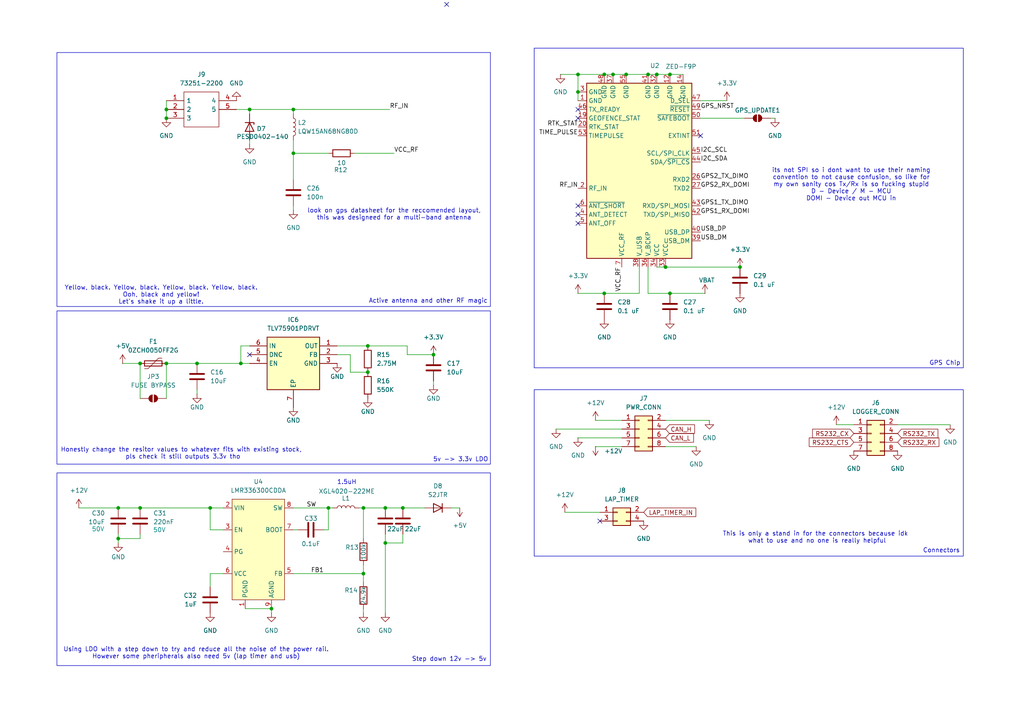
<source format=kicad_sch>
(kicad_sch (version 20250114) (generator "eeschema") (generator_version "9.0")
  (paper "A4")
  (title_block (title "Antenna & GPS + Power dealing stuff + Connectors") (company "Antenna Design/ GPS - Lewis Grout | Step Down - Annabel Owen | Rest of sheet Alex L") (comment 1 "GPS Team 25-26 Annabel Owen, Arthur Braga, Lewis Grout, Alex Loshkarjov"))
  (lib_symbols
    (symbol "73251-2200:73251-2200" (pin_names (offset 0.762))
      (property "Reference" "J" (at 16.51 7.62 0))
      (property "Value" "73251-2200" (at 16.51 5.08 0))
      (symbol "73251-2200_0_0"
        (pin passive line (at 0 0 0) (length 5.08) (name "1") (number "1"))
        (pin passive line (at 0 -2.54 0) (length 5.08) (name "2") (number "2"))
        (pin passive line (at 0 -5.08 0) (length 5.08) (name "3") (number "3"))
        (pin passive line (at 20.32 0 180) (length 5.08) (name "4") (number "4"))
        (pin passive line (at 20.32 -2.54 180) (length 5.08) (name "5") (number "5"))
      )
      (symbol "73251-2200_0_1"
        (polyline (pts (xy 5.08 2.54) (xy 15.24 2.54) (xy 15.24 -7.62) (xy 5.08 -7.62) (xy 5.08 2.54)) (stroke (width 0.1524)))
      )
    )
    (symbol "Connector_Generic:Conn_02x02_Odd_Even" (pin_names (offset 1.016) (hide yes))
      (property "Reference" "J" (at 1.27 2.54 0))
      (property "Value" "Conn_02x02_Odd_Even" (at 1.27 -5.08 0))
      (symbol "Conn_02x02_Odd_Even_1_1"
        (rectangle (start -1.27 1.27) (end 3.81 -3.81) (stroke (width 0.254)) (fill (type background)))
        (rectangle (start -1.27 0.127) (end 0 -0.127) (stroke (width 0.1524)))
        (rectangle (start -1.27 -2.413) (end 0 -2.667) (stroke (width 0.1524)))
        (rectangle (start 3.81 0.127) (end 2.54 -0.127) (stroke (width 0.1524)))
        (rectangle (start 3.81 -2.413) (end 2.54 -2.667) (stroke (width 0.1524)))
        (pin passive line (at -5.08 0 0) (length 3.81) (name "Pin_1") (number "1"))
        (pin passive line (at -5.08 -2.54 0) (length 3.81) (name "Pin_3") (number "3"))
        (pin passive line (at 7.62 0 180) (length 3.81) (name "Pin_2") (number "2"))
        (pin passive line (at 7.62 -2.54 180) (length 3.81) (name "Pin_4") (number "4"))
      )
    )
    (symbol "Connector_Generic:Conn_02x04_Odd_Even" (pin_names (offset 1.016) (hide yes))
      (property "Reference" "J" (at 1.27 5.08 0))
      (property "Value" "Conn_02x04_Odd_Even" (at 1.27 -7.62 0))
      (symbol "Conn_02x04_Odd_Even_1_1"
        (rectangle (start -1.27 3.81) (end 3.81 -6.35) (stroke (width 0.254)) (fill (type background)))
        (rectangle (start -1.27 2.667) (end 0 2.413) (stroke (width 0.1524)))
        (rectangle (start -1.27 0.127) (end 0 -0.127) (stroke (width 0.1524)))
        (rectangle (start -1.27 -2.413) (end 0 -2.667) (stroke (width 0.1524)))
        (rectangle (start -1.27 -4.953) (end 0 -5.207) (stroke (width 0.1524)))
        (rectangle (start 3.81 2.667) (end 2.54 2.413) (stroke (width 0.1524)))
        (rectangle (start 3.81 0.127) (end 2.54 -0.127) (stroke (width 0.1524)))
        (rectangle (start 3.81 -2.413) (end 2.54 -2.667) (stroke (width 0.1524)))
        (rectangle (start 3.81 -4.953) (end 2.54 -5.207) (stroke (width 0.1524)))
        (pin passive line (at -5.08 2.54 0) (length 3.81) (name "Pin_1") (number "1"))
        (pin passive line (at -5.08 0 0) (length 3.81) (name "Pin_3") (number "3"))
        (pin passive line (at -5.08 -2.54 0) (length 3.81) (name "Pin_5") (number "5"))
        (pin passive line (at -5.08 -5.08 0) (length 3.81) (name "Pin_7") (number "7"))
        (pin passive line (at 7.62 2.54 180) (length 3.81) (name "Pin_2") (number "2"))
        (pin passive line (at 7.62 0 180) (length 3.81) (name "Pin_4") (number "4"))
        (pin passive line (at 7.62 -2.54 180) (length 3.81) (name "Pin_6") (number "6"))
        (pin passive line (at 7.62 -5.08 180) (length 3.81) (name "Pin_8") (number "8"))
      )
    )
    (symbol "Device:C" (pin_numbers (hide yes)) (pin_names (offset 0.254))
      (property "Reference" "C" (at 0.635 2.54 0))
      (property "Value" "C" (at 0.635 -2.54 0))
      (symbol "C_0_1"
        (polyline (pts (xy -2.032 0.762) (xy 2.032 0.762)) (stroke (width 0.508)))
        (polyline (pts (xy -2.032 -0.762) (xy 2.032 -0.762)) (stroke (width 0.508)))
      )
      (symbol "C_1_1"
        (pin passive line (at 0 3.81 270) (length 2.794) (name "~") (number "1"))
        (pin passive line (at 0 -3.81 90) (length 2.794) (name "~") (number "2"))
      )
    )
    (symbol "Device:L" (pin_numbers (hide yes)) (pin_names (offset 1.016) (hide yes))
      (property "Reference" "L" (at -1.27 0 90))
      (property "Value" "L" (at 1.905 0 90))
      (symbol "L_0_1"
        (arc (start 0 2.54) (mid 0.6323 1.905) (end 0 1.27))
        (arc (start 0 1.27) (mid 0.6323 0.635) (end 0 0))
        (arc (start 0 0) (mid 0.6323 -0.635) (end 0 -1.27))
        (arc (start 0 -1.27) (mid 0.6323 -1.905) (end 0 -2.54))
      )
      (symbol "L_1_1"
        (pin passive line (at 0 3.81 270) (length 1.27) (name "1") (number "1"))
        (pin passive line (at 0 -3.81 90) (length 1.27) (name "2") (number "2"))
      )
    )
    (symbol "Device:Polyfuse" (pin_numbers (hide yes)) (pin_names (offset 0))
      (property "Reference" "F" (at -2.54 0 90))
      (property "Value" "Polyfuse" (at 2.54 0 90))
      (symbol "Polyfuse_0_1"
        (polyline (pts (xy -1.524 2.54) (xy -1.524 1.524) (xy 1.524 -1.524) (xy 1.524 -2.54)))
        (rectangle (start -0.762 2.54) (end 0.762 -2.54) (stroke (width 0.254)))
        (polyline (pts (xy 0 2.54) (xy 0 -2.54)))
      )
      (symbol "Polyfuse_1_1"
        (pin passive line (at 0 3.81 270) (length 1.27) (name "~") (number "1"))
        (pin passive line (at 0 -3.81 90) (length 1.27) (name "~") (number "2"))
      )
    )
    (symbol "Device:R" (pin_numbers (hide yes)) (pin_names (offset 0))
      (property "Reference" "R" (at 2.032 0 90))
      (property "Value" "R" (at 0 0 90))
      (symbol "R_0_1"
        (rectangle (start -1.016 -2.54) (end 1.016 2.54) (stroke (width 0.254)))
      )
      (symbol "R_1_1"
        (pin passive line (at 0 3.81 270) (length 1.27) (name "~") (number "1"))
        (pin passive line (at 0 -3.81 90) (length 1.27) (name "~") (number "2"))
      )
    )
    (symbol "Diode:ESD5Zxx" (pin_numbers (hide yes)) (pin_names (hide yes))
      (property "Reference" "D" (at 0 2.54 0))
      (property "Value" "ESD5Zxx" (at 0 -2.54 0))
      (symbol "ESD5Zxx_0_1"
        (polyline (pts (xy -1.27 -1.27) (xy -1.27 1.27) (xy -0.762 1.27)) (stroke (width 0.254)))
        (polyline (pts (xy 1.27 0) (xy -1.27 0)))
        (polyline (pts (xy 1.27 -1.27) (xy 1.27 1.27) (xy -1.27 0) (xy 1.27 -1.27)) (stroke (width 0.254)))
      )
      (symbol "ESD5Zxx_1_1"
        (pin passive line (at -3.81 0 0) (length 2.54) (name "K") (number "1"))
        (pin passive line (at 3.81 0 180) (length 2.54) (name "A") (number "2"))
      )
    )
    (symbol "Diode:S2JTR" (pin_numbers (hide yes)) (pin_names (hide yes))
      (property "Reference" "D" (at 0 2.54 0))
      (property "Value" "S2JTR" (at 0 -2.54 0))
      (symbol "S2JTR_0_1"
        (polyline (pts (xy -1.27 1.27) (xy -1.27 -1.27)) (stroke (width 0.254)))
        (polyline (pts (xy 1.27 1.27) (xy 1.27 -1.27) (xy -1.27 0) (xy 1.27 1.27)) (stroke (width 0.254)))
        (polyline (pts (xy 1.27 0) (xy -1.27 0)))
      )
      (symbol "S2JTR_1_1"
        (pin passive line (at -3.81 0 0) (length 2.54) (name "K") (number "1"))
        (pin passive line (at 3.81 0 180) (length 2.54) (name "A") (number "2"))
      )
    )
    (symbol "GND_10" (power) (pin_names (offset 0))
      (property "Value" "GND" (at 0 -3.81 0))
      (symbol "GND_10_0_1"
        (polyline (pts (xy 0 0) (xy 0 -1.27) (xy 1.27 -1.27) (xy 0 -2.54) (xy -1.27 -1.27) (xy 0 -1.27)))
      )
      (symbol "GND_10_1_1"
        (pin power_in line (at 0 0 270) (length 0) (hide yes) (name "GND") (number "1"))
      )
    )
    (symbol "GND_2" (power) (pin_names (offset 0))
      (property "Value" "GND" (at 0 -3.81 0))
      (symbol "GND_2_0_1"
        (polyline (pts (xy 0 0) (xy 0 -1.27) (xy 1.27 -1.27) (xy 0 -2.54) (xy -1.27 -1.27) (xy 0 -1.27)))
      )
      (symbol "GND_2_1_1"
        (pin power_in line (at 0 0 270) (length 0) (hide yes) (name "GND") (number "1"))
      )
    )
    (symbol "GND_4" (power) (pin_names (offset 0))
      (property "Value" "GND" (at 0 -3.81 0))
      (symbol "GND_4_0_1"
        (polyline (pts (xy 0 0) (xy 0 -1.27) (xy 1.27 -1.27) (xy 0 -2.54) (xy -1.27 -1.27) (xy 0 -1.27)))
      )
      (symbol "GND_4_1_1"
        (pin power_in line (at 0 0 270) (length 0) (hide yes) (name "GND") (number "1"))
      )
    )
    (symbol "GND_5" (power) (pin_names (offset 0))
      (property "Value" "GND" (at 0 -3.81 0))
      (symbol "GND_5_0_1"
        (polyline (pts (xy 0 0) (xy 0 -1.27) (xy 1.27 -1.27) (xy 0 -2.54) (xy -1.27 -1.27) (xy 0 -1.27)))
      )
      (symbol "GND_5_1_1"
        (pin power_in line (at 0 0 270) (length 0) (hide yes) (name "GND") (number "1"))
      )
    )
    (symbol "GND_7" (power) (pin_names (offset 0))
      (property "Value" "GND" (at 0 -3.81 0))
      (symbol "GND_7_0_1"
        (polyline (pts (xy 0 0) (xy 0 -1.27) (xy 1.27 -1.27) (xy 0 -2.54) (xy -1.27 -1.27) (xy 0 -1.27)))
      )
      (symbol "GND_7_1_1"
        (pin power_in line (at 0 0 270) (length 0) (hide yes) (name "GND") (number "1"))
      )
    )
    (symbol "Jumper:SolderJumper_2_Open" (pin_numbers (hide yes)) (pin_names (offset 0) (hide yes)) (in_bom no)
      (property "Reference" "JP" (at 0 2.032 0))
      (property "Value" "SolderJumper_2_Open" (at 0 -2.54 0))
      (symbol "SolderJumper_2_Open_0_1"
        (polyline (pts (xy -0.254 1.016) (xy -0.254 -1.016)))
        (arc (start -0.254 -1.016) (mid -1.2656 0) (end -0.254 1.016))
        (arc (start -0.254 -1.016) (mid -1.2656 0) (end -0.254 1.016) (fill (type outline)))
        (arc (start 0.254 1.016) (mid 1.2656 0) (end 0.254 -1.016))
        (arc (start 0.254 1.016) (mid 1.2656 0) (end 0.254 -1.016) (fill (type outline)))
        (polyline (pts (xy 0.254 1.016) (xy 0.254 -1.016)))
      )
      (symbol "SolderJumper_2_Open_1_1"
        (pin passive line (at -3.81 0 0) (length 2.54) (name "A") (number "1"))
        (pin passive line (at 3.81 0 180) (length 2.54) (name "B") (number "2"))
      )
    )
    (symbol "New_Library:TLV75901PDRVT"
      (property "Reference" "IC" (at 21.59 7.62 0))
      (property "Value" "TLV75901PDRVT" (at 21.59 5.08 0))
      (symbol "TLV75901PDRVT_1_1"
        (rectangle (start 5.08 2.54) (end 20.32 -12.7) (stroke (width 0.254)) (fill (type background)))
        (pin passive line (at 0 0 0) (length 5.08) (name "OUT") (number "1"))
        (pin passive line (at 0 -2.54 0) (length 5.08) (name "FB") (number "2"))
        (pin passive line (at 0 -5.08 0) (length 5.08) (name "GND") (number "3"))
        (pin passive line (at 12.7 -17.78 90) (length 5.08) (name "EP") (number "7"))
        (pin passive line (at 25.4 0 180) (length 5.08) (name "IN") (number "6"))
        (pin passive line (at 25.4 -2.54 180) (length 5.08) (name "DNC") (number "5"))
        (pin passive line (at 25.4 -5.08 180) (length 5.08) (name "EN") (number "4"))
      )
    )
    (symbol "PCM_Capacitor_US_AKL:C_Generic" (pin_numbers (hide yes)) (pin_names (offset 0.254))
      (property "Reference" "C" (at 3.175 1.27 0))
      (property "Value" "C_Generic" (at 3.175 -1.27 0))
      (symbol "C_Generic_0_1"
        (polyline (pts (xy -2.032 0.762) (xy 2.032 0.762)) (stroke (width 0.508)))
        (polyline (pts (xy -2.032 -0.762) (xy 2.032 -0.762)) (stroke (width 0.508)))
      )
      (symbol "C_Generic_0_2"
        (polyline (pts (xy -2.54 -2.54) (xy -0.381 -0.381)))
        (polyline (pts (xy -0.508 -0.508) (xy -1.651 0.635)) (stroke (width 0.508)))
        (polyline (pts (xy -0.508 -0.508) (xy 0.635 -1.651)) (stroke (width 0.508)))
        (polyline (pts (xy 0.381 0.381) (xy 2.54 2.54)))
        (polyline (pts (xy 0.508 0.508) (xy -0.635 1.651)) (stroke (width 0.508)))
        (polyline (pts (xy 0.508 0.508) (xy 1.651 -0.635)) (stroke (width 0.508)))
      )
      (symbol "C_Generic_1_1"
        (pin passive line (at 0 3.81 270) (length 2.794) (name "~") (number "1"))
        (pin passive line (at 0 -3.81 90) (length 2.794) (name "~") (number "2"))
      )
      (symbol "C_Generic_1_2"
        (pin passive line (at -2.54 -2.54 90) (length 0) (name "~") (number "2"))
        (pin passive line (at 2.54 2.54 270) (length 0) (name "~") (number "1"))
      )
    )
    (symbol "RF_GPS:ZED-F9P"
      (property "Reference" "U2" (at -3.1181 -30.48 0))
      (property "Value" "ZED-F9P" (at -3.1181 -27.94 0))
      (symbol "ZED-F9P_0_1"
        (rectangle (start -15.24 25.4) (end 15.24 -25.4) (stroke (width 0.254)) (fill (type background)))
      )
      (symbol "ZED-F9P_1_1"
        (pin bidirectional line (at -17.78 20.32 0) (length 2.54) (name "USB_DM") (number "39"))
        (pin bidirectional line (at -17.78 17.78 0) (length 2.54) (name "USB_DP") (number "40"))
        (pin output line (at -17.78 12.7 0) (length 2.54) (name "TXD/SPI_MISO") (number "42"))
        (pin input line (at -17.78 10.16 0) (length 2.54) (name "RXD/SPI_MOSI") (number "43"))
        (pin output line (at -17.78 5.08 0) (length 2.54) (name "TXD2") (number "27"))
        (pin input line (at -17.78 2.54 0) (length 2.54) (name "RXD2") (number "26"))
        (pin bidirectional line (at -17.78 -2.54 0) (length 2.54) (name "SDA/~{SPI_CS}") (number "44"))
        (pin bidirectional line (at -17.78 -5.08 0) (length 2.54) (name "SCL/SPI_CLK") (number "45"))
        (pin input line (at -17.78 -10.16 0) (length 2.54) (name "EXTINT") (number "51"))
        (pin input line (at -17.78 -15.24 0) (length 2.54) (name "~{SAFEBOOT}") (number "50"))
        (pin input line (at -17.78 -17.78 0) (length 2.54) (name "~{RESET}") (number "49"))
        (pin input line (at -17.78 -20.32 0) (length 2.54) (name "D_SEL") (number "47"))
        (pin no_connect line (at -15.24 22.86 0) (length 2.54) (hide yes) (name "Reserved") (number "8"))
        (pin no_connect line (at -15.24 15.24 0) (length 2.54) (hide yes) (name "Reserved") (number "9"))
        (pin no_connect line (at -15.24 7.62 0) (length 2.54) (hide yes) (name "Reserved") (number "10"))
        (pin no_connect line (at -15.24 0 0) (length 2.54) (hide yes) (name "Reserved") (number "11"))
        (pin no_connect line (at -15.24 -7.62 0) (length 2.54) (hide yes) (name "Reserved") (number "13"))
        (pin no_connect line (at -15.24 -12.7 0) (length 2.54) (hide yes) (name "Reserved") (number "15"))
        (pin power_in line (at -12.7 -27.94 90) (length 2.54) (name "GND") (number "14"))
        (pin power_in line (at -8.89 -27.94 90) (length 2.54) (name "GND") (number "12"))
        (pin power_in line (at -7.62 27.94 270) (length 2.54) (name "VCC") (number "33"))
        (pin no_connect line (at -7.62 -25.4 90) (length 2.54) (hide yes) (name "Reserved") (number "16"))
        (pin power_in line (at -5.08 27.94 270) (length 2.54) (name "VCC") (number "34"))
        (pin no_connect line (at -5.08 -25.4 90) (length 2.54) (hide yes) (name "Reserved") (number "17"))
        (pin power_in line (at -5.08 -27.94 90) (length 2.54) (name "GND") (number "32"))
        (pin power_in line (at -2.54 27.94 270) (length 2.54) (name "V_BCKP") (number "36"))
        (pin no_connect line (at -2.54 -25.4 90) (length 2.54) (hide yes) (name "Reserved") (number "18"))
        (pin power_in line (at -2.54 -27.94 90) (length 2.54) (name "GND") (number "41"))
        (pin power_in line (at 0 27.94 270) (length 2.54) (name "V_USB") (number "38"))
        (pin no_connect line (at 2.54 -25.4 90) (length 2.54) (hide yes) (name "Reserved") (number "21"))
        (pin power_in line (at 3.81 -27.94 90) (length 2.54) (name "GND") (number "55"))
        (pin power_out line (at 5.08 27.94 270) (length 2.54) (name "VCC_RF") (number "7"))
        (pin no_connect line (at 5.08 -25.4 90) (length 2.54) (hide yes) (name "Reserved") (number "22"))
        (pin no_connect line (at 7.62 -25.4 90) (length 2.54) (hide yes) (name "Reserved") (number "23"))
        (pin power_in line (at 7.62 -27.94 90) (length 2.54) (name "GND") (number "37"))
        (pin power_in line (at 10.16 -27.94 90) (length 2.54) (name "GND") (number "48"))
        (pin no_connect line (at 15.24 22.86 180) (length 2.54) (hide yes) (name "Reserved") (number "54"))
        (pin no_connect line (at 15.24 20.32 180) (length 2.54) (hide yes) (name "Reserved") (number "52"))
        (pin no_connect line (at 15.24 17.78 180) (length 2.54) (hide yes) (name "Reserved") (number "35"))
        (pin no_connect line (at 15.24 7.62 180) (length 2.54) (hide yes) (name "Reserved") (number "31"))
        (pin no_connect line (at 15.24 2.54 180) (length 2.54) (hide yes) (name "Reserved") (number "30"))
        (pin no_connect line (at 15.24 0 180) (length 2.54) (hide yes) (name "Reserved") (number "29"))
        (pin no_connect line (at 15.24 -2.54 180) (length 2.54) (hide yes) (name "Reserved") (number "28"))
        (pin no_connect line (at 15.24 -5.08 180) (length 2.54) (hide yes) (name "Reserved") (number "25"))
        (pin no_connect line (at 15.24 -7.62 180) (length 2.54) (hide yes) (name "Reserved") (number "24"))
        (pin output line (at 17.78 15.24 180) (length 2.54) (name "ANT_OFF") (number "5"))
        (pin input line (at 17.78 12.7 180) (length 2.54) (name "ANT_DETECT") (number "4"))
        (pin input line (at 17.78 10.16 180) (length 2.54) (name "~{ANT_SHORT}") (number "6"))
        (pin input line (at 17.78 5.08 180) (length 2.54) (name "RF_IN") (number "2"))
        (pin output line (at 17.78 -10.16 180) (length 2.54) (name "TIMEPULSE") (number "53"))
        (pin output line (at 17.78 -12.7 180) (length 2.54) (name "RTK_STAT") (number "20"))
        (pin output line (at 17.78 -15.24 180) (length 2.54) (name "GEOFENCE_STAT") (number "19"))
        (pin output line (at 17.78 -17.78 180) (length 2.54) (name "TX_READY") (number "46"))
        (pin power_in line (at 17.78 -20.32 180) (length 2.54) (name "GND") (number "1"))
        (pin power_in line (at 17.78 -22.86 180) (length 2.54) (name "GND") (number "3"))
      )
    )
    (symbol "SUFST:LMR33630DDA"
      (property "Reference" "U47" (at 7.62 5.08 0))
      (property "Value" "LMR336300CDDA" (at 7.62 2.54 0))
      (symbol "LMR33630DDA_0_1"
        (rectangle (start 0 0) (end 15.24 -29.21) (fill (type background)))
      )
      (symbol "LMR33630DDA_1_1"
        (pin power_in line (at -2.54 -2.54 0) (length 2.54) (name "VIN") (number "2"))
        (pin passive line (at -2.54 -8.89 0) (length 2.54) (name "EN") (number "3"))
        (pin passive line (at -2.54 -15.24 0) (length 2.54) (name "PG") (number "4"))
        (pin passive line (at -2.54 -21.59 0) (length 2.54) (name "VCC") (number "6"))
        (pin power_in line (at 3.81 -31.75 90) (length 2.54) (name "PGND") (number "1"))
        (pin power_in line (at 11.43 -31.75 90) (length 2.54) (name "AGND") (number "9"))
        (pin passive line (at 17.78 -2.54 180) (length 2.54) (name "SW") (number "8"))
        (pin passive line (at 17.78 -8.89 180) (length 2.54) (name "BOOT") (number "7"))
        (pin passive line (at 17.78 -21.59 180) (length 2.54) (name "FB") (number "5"))
      )
    )
    (symbol "power:+12V" (power) (pin_numbers (hide yes)) (pin_names (offset 0) (hide yes))
      (property "Value" "+12V" (at 0 3.556 0))
      (symbol "+12V_0_1"
        (polyline (pts (xy -0.762 1.27) (xy 0 2.54)))
        (polyline (pts (xy 0 2.54) (xy 0.762 1.27)))
        (polyline (pts (xy 0 0) (xy 0 2.54)))
      )
      (symbol "+12V_1_1"
        (pin power_in line (at 0 0 90) (length 0) (name "~") (number "1"))
      )
    )
    (symbol "power:+3.3V" (power) (pin_numbers (hide yes)) (pin_names (offset 0) (hide yes))
      (property "Value" "+3.3V" (at 0 3.556 0))
      (symbol "+3.3V_0_1"
        (polyline (pts (xy -0.762 1.27) (xy 0 2.54)))
        (polyline (pts (xy 0 2.54) (xy 0.762 1.27)))
        (polyline (pts (xy 0 0) (xy 0 2.54)))
      )
      (symbol "+3.3V_1_1"
        (pin power_in line (at 0 0 90) (length 0) (name "~") (number "1"))
      )
    )
    (symbol "power:+5V" (power) (pin_numbers (hide yes)) (pin_names (offset 0) (hide yes))
      (property "Value" "+5V" (at 0 3.556 0))
      (symbol "+5V_0_1"
        (polyline (pts (xy -0.762 1.27) (xy 0 2.54)))
        (polyline (pts (xy 0 2.54) (xy 0.762 1.27)))
        (polyline (pts (xy 0 0) (xy 0 2.54)))
      )
      (symbol "+5V_1_1"
        (pin power_in line (at 0 0 90) (length 0) (name "~") (number "1"))
      )
    )
    (symbol "power:GND" (power) (pin_numbers (hide yes)) (pin_names (offset 0) (hide yes))
      (property "Value" "GND" (at 0 -3.81 0))
      (symbol "GND_0_1"
        (polyline (pts (xy 0 0) (xy 0 -1.27) (xy 1.27 -1.27) (xy 0 -2.54) (xy -1.27 -1.27) (xy 0 -1.27)))
      )
      (symbol "GND_1_1"
        (pin power_in line (at 0 0 270) (length 0) (name "~") (number "1"))
      )
    )
    (symbol "power:VAA" (power) (pin_numbers (hide yes)) (pin_names (offset 0) (hide yes))
      (property "Value" "VAA" (at 0 3.556 0))
      (symbol "VAA_0_1"
        (polyline (pts (xy -0.762 1.27) (xy 0 2.54)))
        (polyline (pts (xy 0 2.54) (xy 0.762 1.27)))
        (polyline (pts (xy 0 0) (xy 0 2.54)))
      )
      (symbol "VAA_1_1"
        (pin power_in line (at 0 0 90) (length 0) (name "~") (number "1"))
      )
    )
  )
  (rectangle (start 16.51 137.16) (end 142.24 193.04))
  (rectangle (start 16.51 90.17) (end 142.24 134.62))
  (rectangle (start 154.94 113.03) (end 279.4 161.29))
  (rectangle (start 16.51 15.24) (end 142.24 88.9))
  (rectangle (start 154.94 13.97) (end 279.4 106.68))
  (text "Honestly change the resitor values to whatever fits with existing stock,\n pls check it still outputs 3.3v tho" (at 52.578 131.572 0) (effects (font (size 1.27 1.27))))
  (text "look on gps datasheet for the reccomended layout,\nthis was designeed for a multi-band antenna" (at 114.3 62.23 0) (effects (font (size 1.27 1.27))))
  (text "1.5uH" (at 100.584 139.954 0) (effects (font (size 1.27 1.27))))
  (text "50V" (at 28.448 153.67 0) (effects (font (size 1.27 1.27))))
  (text "5v -> 3.3v LDO" (at 133.604 133.35 0) (effects (font (size 1.27 1.27))))
  (text "Active antenna and other RF magic" (at 124.206 87.376 0) (effects (font (size 1.27 1.27))))
  (text "Connectors\n" (at 273.05 159.766 0) (effects (font (size 1.27 1.27))))
  (text "GPS Chip\n" (at 274.066 105.41 0) (effects (font (size 1.27 1.27))))
  (text "Yellow, black. Yellow, black. Yellow, black. Yellow, black.\nOoh, black and yellow!\nLet's shake it up a little.\n" (at 46.736 85.598 0) (effects (font (size 1.27 1.27))))
  (text "Step down 12v -> 5v\n" (at 130.302 191.262 0) (effects (font (size 1.27 1.27))))
  (text "50V" (at 46.228 153.924 0) (effects (font (size 1.27 1.27))))
  (text "Using LDO with a step down to try and reduce all the noise of the power rail.\nHowever some pheripherals also need 5v (lap timer and usb)" (at 56.896 189.484 0) (effects (font (size 1.27 1.27))))
  (text "This is only a stand in for the connectors because idk \nwhat to use and no one is really helpful" (at 236.982 155.956 0) (effects (font (size 1.27 1.27))))
  (text "its not SPI so i dont want to use their naming\nconvention to not cause confusion, so like for\nmy own sanity cos Tx/Rx is so fucking stupid\nD - Device / M - MCU\nDOMI - Device out MCU in" (at 246.888 53.594 0) (effects (font (size 1.27 1.27))))
  (junction (at 72.39 31.75))
  (junction (at 187.96 21.59))
  (junction (at 105.41 166.37))
  (junction (at 194.31 85.09))
  (junction (at 214.63 77.47))
  (junction (at 85.09 31.75))
  (junction (at 105.41 147.32))
  (junction (at 78.74 176.53))
  (junction (at 177.8 21.59))
  (junction (at 106.68 100.33))
  (junction (at 194.31 21.59))
  (junction (at 95.25 147.32))
  (junction (at 34.29 147.32))
  (junction (at 106.68 107.95))
  (junction (at 48.26 31.75))
  (junction (at 40.64 105.41))
  (junction (at 111.76 157.48))
  (junction (at 193.04 77.47))
  (junction (at 48.26 34.29))
  (junction (at 48.26 105.41))
  (junction (at 116.84 147.32))
  (junction (at 85.09 44.45))
  (junction (at 175.26 85.09))
  (junction (at 40.64 147.32))
  (junction (at 57.15 105.41))
  (junction (at 175.26 21.59))
  (junction (at 190.5 21.59))
  (junction (at 167.64 21.59))
  (junction (at 181.61 21.59))
  (junction (at 111.76 147.32))
  (junction (at 167.64 26.67))
  (junction (at 60.96 147.32))
  (junction (at 69.85 105.41))
  (junction (at 125.73 102.87))
  (junction (at 34.29 156.21))
  (no_connect (at 129.54 1.27))
  (no_connect (at 167.64 64.77))
  (no_connect (at 72.39 102.87))
  (no_connect (at 167.64 62.23))
  (no_connect (at 167.64 34.29))
  (no_connect (at 167.64 59.69))
  (no_connect (at 203.2 39.37))
  (no_connect (at 173.99 151.13))
  (no_connect (at 167.64 31.75))
  (wire (pts (xy 105.41 166.37) (xy 105.41 168.91)))
  (wire (pts (xy 60.96 147.32) (xy 64.77 147.32)))
  (wire (pts (xy 85.09 147.32) (xy 95.25 147.32)))
  (wire (pts (xy 260.35 123.19) (xy 275.59 123.19)))
  (wire (pts (xy 105.41 177.8) (xy 105.41 176.53)))
  (wire (pts (xy 48.26 105.41) (xy 48.26 115.57)))
  (wire (pts (xy 60.96 166.37) (xy 60.96 170.18)))
  (wire (pts (xy 85.09 44.45) (xy 85.09 52.07)))
  (wire (pts (xy 85.09 59.69) (xy 85.09 60.96)))
  (wire (pts (xy 72.39 33.02) (xy 72.39 31.75)))
  (wire (pts (xy 72.39 31.75) (xy 85.09 31.75)))
  (wire (pts (xy 22.86 147.32) (xy 34.29 147.32)))
  (wire (pts (xy 125.73 102.87) (xy 118.11 102.87)))
  (wire (pts (xy 101.6 107.95) (xy 106.68 107.95)))
  (wire (pts (xy 105.41 156.21) (xy 105.41 147.32)))
  (wire (pts (xy 187.96 85.09) (xy 187.96 77.47)))
  (wire (pts (xy 194.31 85.09) (xy 187.96 85.09)))
  (wire (pts (xy 204.47 85.09) (xy 194.31 85.09)))
  (wire (pts (xy 163.83 148.59) (xy 173.99 148.59)))
  (wire (pts (xy 111.76 147.32) (xy 116.84 147.32)))
  (wire (pts (xy 105.41 147.32) (xy 111.76 147.32)))
  (wire (pts (xy 161.29 124.46) (xy 180.34 124.46)))
  (wire (pts (xy 181.61 21.59) (xy 177.8 21.59)))
  (wire (pts (xy 48.26 29.21) (xy 48.26 31.75)))
  (wire (pts (xy 71.12 176.53) (xy 78.74 176.53)))
  (wire (pts (xy 95.25 153.67) (xy 95.25 147.32)))
  (wire (pts (xy 118.11 102.87) (xy 118.11 100.33)))
  (wire (pts (xy 95.25 44.45) (xy 85.09 44.45)))
  (wire (pts (xy 35.56 105.41) (xy 40.64 105.41)))
  (wire (pts (xy 97.79 100.33) (xy 106.68 100.33)))
  (wire (pts (xy 57.15 105.41) (xy 69.85 105.41)))
  (wire (pts (xy 162.56 21.59) (xy 167.64 21.59)))
  (wire (pts (xy 64.77 153.67) (xy 60.96 153.67)))
  (wire (pts (xy 242.57 123.19) (xy 247.65 123.19)))
  (wire (pts (xy 167.64 85.09) (xy 175.26 85.09)))
  (wire (pts (xy 111.76 177.8) (xy 111.76 157.48)))
  (wire (pts (xy 40.64 147.32) (xy 60.96 147.32)))
  (wire (pts (xy 34.29 147.32) (xy 40.64 147.32)))
  (wire (pts (xy 85.09 31.75) (xy 113.03 31.75)))
  (wire (pts (xy 60.96 153.67) (xy 60.96 147.32)))
  (wire (pts (xy 72.39 40.64) (xy 72.39 41.91)))
  (wire (pts (xy 215.9 34.29) (xy 203.2 34.29)))
  (wire (pts (xy 72.39 100.33) (xy 69.85 100.33)))
  (wire (pts (xy 193.04 77.47) (xy 214.63 77.47)))
  (wire (pts (xy 187.96 21.59) (xy 181.61 21.59)))
  (wire (pts (xy 167.64 26.67) (xy 167.64 29.21)))
  (wire (pts (xy 78.74 176.53) (xy 78.74 177.8)))
  (wire (pts (xy 95.25 147.32) (xy 96.52 147.32)))
  (wire (pts (xy 177.8 21.59) (xy 175.26 21.59)))
  (wire (pts (xy 172.72 129.54) (xy 180.34 129.54)))
  (wire (pts (xy 60.96 166.37) (xy 64.77 166.37)))
  (wire (pts (xy 68.58 31.75) (xy 72.39 31.75)))
  (wire (pts (xy 172.72 121.92) (xy 180.34 121.92)))
  (wire (pts (xy 85.09 44.45) (xy 85.09 40.64)))
  (wire (pts (xy 40.64 105.41) (xy 40.64 115.57)))
  (wire (pts (xy 86.36 153.67) (xy 85.09 153.67)))
  (wire (pts (xy 133.35 147.32) (xy 130.81 147.32)))
  (wire (pts (xy 167.64 127) (xy 180.34 127)))
  (wire (pts (xy 175.26 21.59) (xy 167.64 21.59)))
  (wire (pts (xy 34.29 156.21) (xy 34.29 154.94)))
  (wire (pts (xy 193.04 129.54) (xy 201.93 129.54)))
  (wire (pts (xy 223.52 34.29) (xy 224.79 34.29)))
  (wire (pts (xy 48.26 31.75) (xy 48.26 34.29)))
  (wire (pts (xy 210.82 29.21) (xy 203.2 29.21)))
  (wire (pts (xy 34.29 156.21) (xy 40.64 156.21)))
  (wire (pts (xy 93.98 153.67) (xy 95.25 153.67)))
  (wire (pts (xy 101.6 102.87) (xy 101.6 107.95)))
  (wire (pts (xy 190.5 21.59) (xy 187.96 21.59)))
  (wire (pts (xy 194.31 21.59) (xy 190.5 21.59)))
  (wire (pts (xy 118.11 100.33) (xy 106.68 100.33)))
  (wire (pts (xy 193.04 121.92) (xy 205.74 121.92)))
  (wire (pts (xy 167.64 21.59) (xy 167.64 26.67)))
  (wire (pts (xy 198.12 21.59) (xy 194.31 21.59)))
  (wire (pts (xy 69.85 100.33) (xy 69.85 105.41)))
  (wire (pts (xy 111.76 157.48) (xy 116.84 157.48)))
  (wire (pts (xy 85.09 166.37) (xy 105.41 166.37)))
  (wire (pts (xy 97.79 102.87) (xy 101.6 102.87)))
  (wire (pts (xy 40.64 156.21) (xy 40.64 154.94)))
  (wire (pts (xy 175.26 85.09) (xy 185.42 85.09)))
  (wire (pts (xy 48.26 105.41) (xy 57.15 105.41)))
  (wire (pts (xy 125.73 110.49) (xy 125.73 111.76)))
  (wire (pts (xy 69.85 105.41) (xy 72.39 105.41)))
  (wire (pts (xy 57.15 113.03) (xy 57.15 114.3)))
  (wire (pts (xy 116.84 157.48) (xy 116.84 154.94)))
  (wire (pts (xy 105.41 163.83) (xy 105.41 166.37)))
  (wire (pts (xy 102.87 44.45) (xy 114.3 44.45)))
  (wire (pts (xy 85.09 31.75) (xy 85.09 33.02)))
  (wire (pts (xy 111.76 154.94) (xy 111.76 157.48)))
  (wire (pts (xy 116.84 147.32) (xy 123.19 147.32)))
  (wire (pts (xy 190.5 77.47) (xy 193.04 77.47)))
  (wire (pts (xy 185.42 85.09) (xy 185.42 77.47)))
  (wire (pts (xy 105.41 147.32) (xy 104.14 147.32)))
  (wire (pts (xy 34.29 157.48) (xy 34.29 156.21)))
  (label "GPS2_TX_DIMO" (at 203.2 52.07 0))
  (label "SW" (at 88.9 147.32 0))
  (label "TIME_PULSE" (at 167.64 39.37 180))
  (label "USB_DP" (at 203.2 67.31 0))
  (label "FB1" (at 90.17 166.37 0))
  (label "RF_IN" (at 113.03 31.75 0))
  (label "GPS1_RX_DOMI" (at 203.2 62.23 0))
  (label "GPS_NRST" (at 203.2 31.75 0))
  (label "I2C_SDA" (at 203.2 46.99 0))
  (label "I2C_SCL" (at 203.2 44.45 0))
  (label "VCC_RF" (at 114.3 44.45 0))
  (label "RF_IN" (at 167.64 54.61 180))
  (label "GPS2_RX_DOMI" (at 203.2 54.61 0))
  (label "USB_DM" (at 203.2 69.85 0))
  (label "GPS1_TX_DIMO" (at 203.2 59.69 0))
  (label "VCC_RF" (at 180.34 77.47 270))
  (label "RTK_STAT" (at 167.64 36.83 180))
  (global_label "LAP_TIMER_IN" (shape input) (at 186.69 148.59 0) (property "Intersheetrefs" "${INTERSHEET_REFS}" (effects (hide yes))))
  (global_label "RS232_CX" (shape input) (at 247.65 125.73 180) (property "Intersheetrefs" "${INTERSHEET_REFS}" (effects (hide yes))))
  (global_label "RS232_TX" (shape input) (at 260.35 125.73 0) (property "Intersheetrefs" "${INTERSHEET_REFS}" (effects (hide yes))))
  (global_label "RS232_RX" (shape input) (at 260.35 128.27 0) (property "Intersheetrefs" "${INTERSHEET_REFS}" (effects (hide yes))))
  (global_label "CAN_L" (shape input) (at 193.04 127 0) (property "Intersheetrefs" "${INTERSHEET_REFS}" (effects (hide yes))))
  (global_label "RS232_CTS" (shape input) (at 247.65 128.27 180) (property "Intersheetrefs" "${INTERSHEET_REFS}" (effects (hide yes))))
  (global_label "CAN_H" (shape input) (at 193.04 124.46 0) (property "Intersheetrefs" "${INTERSHEET_REFS}" (effects (hide yes))))
  (symbol (lib_id "power:GND") (at 48.26 34.29 0) (unit 1)
    (property "Reference" "#PWR075" (effects (hide yes)))
    (property "Value" "GND" (at 48.26 39.37 0))
    (property "Description" "Power symbol creates a global label with name \"GND\" , ground" (effects (hide yes)))
  )
  (symbol (lib_id "Device:C") (at 34.29 151.13 0) (mirror y) (unit 1)
    (property "Reference" "C30" (at 30.48 148.8439 0) (effects (justify left)))
    (property "Value" "10uF" (at 30.48 151.3839 0) (effects (justify left)))
    (property "Footprint" "Capacitor_SMD:C_0603_1608Metric" (effects (hide yes)))
    (property "Description" "Unpolarized capacitor" (effects (hide yes)))
  )
  (symbol (lib_id "power:GND") (at 125.73 111.76 0) (unit 1)
    (property "Reference" "#PWR049" (effects (hide yes)))
    (property "Value" "GND" (at 125.73 115.57 0))
    (property "Description" "Power symbol creates a global label with name \"GND\" , ground" (effects (hide yes)))
  )
  (symbol (lib_id "Connector_Generic:Conn_02x04_Odd_Even") (at 252.73 125.73 0) (unit 1)
    (property "Reference" "J6" (at 254 116.84 0))
    (property "Value" "LOGGER_CONN" (at 254 119.38 0))
    (property "Description" "Generic connector, double row, 02x04, odd/even pin numbering scheme (row 1 odd numbers, row 2 even numbers), script generated (kicad-library-utils/schlib/autogen/connector/)" (effects (hide yes)))
  )
  (symbol (lib_id "Device:C") (at 111.76 151.13 0) (unit 1)
    (property "Reference" "C34" (effects (hide yes)))
    (property "Value" "22uF" (at 112.268 153.416 0) (effects (justify left)))
    (property "Footprint" "Capacitor_SMD:C_0805_2012Metric" (effects (hide yes)))
    (property "Description" "Unpolarized capacitor" (effects (hide yes)))
  )
  (symbol (lib_id "RF_GPS:ZED-F9P") (at 185.42 49.53 180) (unit 1)
    (property "Reference" "U2" (at 188.5381 19.05 0) (effects (justify right)))
    (property "Value" "ZED-F9P" (at 193.04 19.304 0) (effects (justify right)))
    (property "Footprint" "RF_GPS:ublox_ZED" (effects (hide yes)))
    (property "Datasheet" "https://content.u-blox.com/sites/default/files/ZED-F9P-04B_DataSheet_UBX-21044850.pdf" (effects (hide yes)))
    (property "Description" "GNSS Module ZED F9, VCC 2.7V to 3.6V, LGA-54" (effects (hide yes)))
  )
  (symbol (lib_id "power:GND") (at 72.39 41.91 0) (unit 1)
    (property "Reference" "#PWR076" (effects (hide yes)))
    (property "Value" "GND" (at 72.39 46.99 0))
    (property "Description" "Power symbol creates a global label with name \"GND\" , ground" (effects (hide yes)))
  )
  (symbol (lib_id "PCM_Capacitor_US_AKL:C_Generic") (at 175.26 88.9 0) (unit 1)
    (property "Reference" "C28" (at 179.07 87.6299 0) (effects (justify left)))
    (property "Value" "0.1 uF" (at 179.07 90.1699 0) (effects (justify left)))
    (property "Footprint" "Capacitor_SMD:C_0805_2012Metric" (effects (hide yes)))
    (property "Description" "Unpolarized capacitor, Generic Symbol, Alternate KiCad Library" (effects (hide yes)))
  )
  (symbol (lib_id "power:+3.3V") (at 210.82 29.21 0) (unit 1)
    (property "Reference" "#PWR088" (effects (hide yes)))
    (property "Value" "+3.3V" (at 210.82 24.13 0))
    (property "Description" "Power symbol creates a global label with name \"+3.3V\"" (effects (hide yes)))
  )
  (symbol (lib_id "power:+5V") (at 133.35 147.32 180) (unit 1)
    (property "Reference" "#PWR096" (effects (hide yes)))
    (property "Value" "+5V" (at 133.35 152.4 0))
    (property "Description" "Power symbol creates a global label with name \"+5V\"" (effects (hide yes)))
  )
  (symbol (lib_id "power:GND") (at 57.15 114.3 0) (unit 1)
    (property "Reference" "#PWR048" (effects (hide yes)))
    (property "Value" "GND" (at 57.15 118.11 0))
    (property "Description" "Power symbol creates a global label with name \"GND\" , ground" (effects (hide yes)))
  )
  (symbol (lib_id "Device:C") (at 116.84 151.13 0) (unit 1)
    (property "Reference" "C35" (effects (hide yes)))
    (property "Value" "22uF" (at 117.348 153.416 0) (effects (justify left)))
    (property "Footprint" "Capacitor_SMD:C_0805_2012Metric" (effects (hide yes)))
    (property "Description" "Unpolarized capacitor" (effects (hide yes)))
  )
  (symbol (lib_id "power:+12V") (at 172.72 129.54 180) (unit 1)
    (property "Reference" "#PWR098" (effects (hide yes)))
    (property "Value" "+12V" (at 175.26 130.8099 0) (effects (justify right)))
    (property "Description" "Power symbol creates a global label with name \"+12V\"" (effects (hide yes)))
  )
  (symbol (lib_id "Diode:S2JTR") (at 127 147.32 180) (unit 1)
    (property "Reference" "D8" (at 127 140.97 0))
    (property "Value" "S2JTR" (at 127 143.51 0))
    (property "Footprint" "Diode_SMD:D_SMB" (effects (hide yes)))
    (property "Datasheet" "http://www.smc-diodes.com/propdf/S2A-S2M%20N0562%20REV.A.pdf" (effects (hide yes)))
    (property "Description" "600V 2A General Purpose Rectifier Diode, SMB" (effects (hide yes)))
    (property "Sim.Device" "D" (effects (hide yes)))
    (property "Sim.Pins" "1=K 2=A" (effects (hide yes)))
  )
  (symbol (lib_id "power:GND") (at 167.64 127 0) (unit 1)
    (property "Reference" "#PWR0102" (effects (hide yes)))
    (property "Value" "GND" (at 167.64 132.08 0))
    (property "Description" "Power symbol creates a global label with name \"GND\" , ground" (effects (hide yes)))
  )
  (symbol (lib_id "New_Library:TLV75901PDRVT") (at 97.79 100.33 0) (mirror y) (unit 1)
    (property "Reference" "IC6" (at 85.09 92.71 0))
    (property "Value" "TLV75901PDRVT" (at 85.09 95.25 0))
    (property "Footprint" "Library:SON65P200X200X80-7N" (effects (hide yes)))
    (property "Datasheet" "http://www.ti.com/lit/gpn/tlv759p?HQS=ti-null-null-sf-df-pf-sep-wwe&DCM=yes" (effects (hide yes)))
    (property "Description" "LDO Voltage Regulators TLV759P 1-A High Accuracy Adjustable LDO in a Small Size Package" (effects (hide yes)))
    (property "Height" "0.8" (effects (hide yes)))
    (property "Mouser Part Number" "595-TLV75901PDRVT" (effects (hide yes)))
    (property "Mouser Price/Stock" "https://www.mouser.co.uk/ProductDetail/Texas-Instruments/TLV75901PDRVT?qs=l7cgNqFNU1hn0ocbyMJEGg%3D%3D" (effects (hide yes)))
    (property "Manufacturer_Name" "Texas Instruments" (effects (hide yes)))
    (property "Manufacturer_Part_Number" "TLV75901PDRVT" (effects (hide yes)))
  )
  (symbol (lib_id "power:GND") (at 85.09 60.96 0) (unit 1)
    (property "Reference" "#PWR081" (effects (hide yes)))
    (property "Value" "GND" (at 85.09 66.04 0))
    (property "Description" "Power symbol creates a global label with name \"GND\" , ground" (effects (hide yes)))
  )
  (symbol (lib_id "Device:L") (at 85.09 36.83 0) (unit 1)
    (property "Reference" "L2" (at 86.36 35.5599 0) (effects (justify left)))
    (property "Value" "LQW15AN68NG80D" (at 86.36 38.1 0) (effects (justify left)))
    (property "Footprint" "Diode_SMD:D_01005_0402Metric_Pad0.57x0.30mm_HandSolder" (effects (hide yes)))
    (property "Description" "LQW15AN68NG80D" (effects (hide yes)))
  )
  (symbol (lib_id "Device:C") (at 40.64 151.13 0) (unit 1)
    (property "Reference" "C31" (at 44.45 148.8439 0) (effects (justify left)))
    (property "Value" "220nF" (at 44.45 151.3839 0) (effects (justify left)))
    (property "Footprint" "Capacitor_SMD:C_0402_1005Metric" (effects (hide yes)))
    (property "Description" "Unpolarized capacitor" (effects (hide yes)))
  )
  (symbol (lib_id "PCM_Capacitor_US_AKL:C_Generic") (at 57.15 109.22 0) (unit 1)
    (property "Reference" "C16" (at 60.96 107.9499 0) (effects (justify left)))
    (property "Value" "10uF" (at 60.96 110.4899 0) (effects (justify left)))
    (property "Footprint" "Capacitor_SMD:C_0805_2012Metric" (effects (hide yes)))
    (property "Description" "Unpolarized capacitor, Generic Symbol, Alternate KiCad Library" (effects (hide yes)))
  )
  (symbol (lib_id "power:GND") (at 247.65 130.81 0) (unit 1)
    (property "Reference" "#PWR094" (effects (hide yes)))
    (property "Value" "GND" (at 247.65 135.89 0))
    (property "Description" "Power symbol creates a global label with name \"GND\" , ground" (effects (hide yes)))
  )
  (symbol (lib_id "power:GND") (at 175.26 92.71 0) (unit 1)
    (property "Reference" "#PWR085" (effects (hide yes)))
    (property "Value" "GND" (at 175.26 97.79 0))
    (property "Description" "Power symbol creates a global label with name \"GND\" , ground" (effects (hide yes)))
  )
  (symbol (lib_name "GND_7") (lib_id "power:GND") (at 105.41 177.8 0) (unit 1)
    (property "Reference" "#PWR0113" (effects (hide yes)))
    (property "Value" "GND" (at 105.41 182.88 0))
    (property "Description" "Power symbol creates a global label with name \"GND\" , ground" (effects (hide yes)))
  )
  (symbol (lib_id "power:GND") (at 85.09 118.11 0) (unit 1)
    (property "Reference" "#PWR0110" (effects (hide yes)))
    (property "Value" "GND" (at 85.09 121.92 0))
    (property "Description" "Power symbol creates a global label with name \"GND\" , ground" (effects (hide yes)))
  )
  (symbol (lib_id "power:GND") (at 162.56 21.59 0) (unit 1)
    (property "Reference" "#PWR089" (effects (hide yes)))
    (property "Value" "GND" (at 162.56 26.67 0))
    (property "Description" "Power symbol creates a global label with name \"GND\" , ground" (effects (hide yes)))
  )
  (symbol (lib_id "power:GND") (at 68.58 29.21 180) (unit 1)
    (property "Reference" "#PWR0107" (effects (hide yes)))
    (property "Value" "GND" (at 68.58 24.13 0))
    (property "Description" "Power symbol creates a global label with name \"GND\" , ground" (effects (hide yes)))
  )
  (symbol (lib_id "Diode:ESD5Zxx") (at 72.39 36.83 270) (unit 1)
    (property "Reference" "D7" (at 74.422 37.338 90) (effects (justify left)))
    (property "Value" "PESD0402-140" (at 68.58 39.624 90) (effects (justify left)))
    (property "Footprint" "Diode_SMD:D_01005_0402Metric_Pad0.57x0.30mm_HandSolder" (effects (hide yes)))
    (property "Datasheet" "https://www.onsemi.com/pdf/datasheet/esd5z2.5t1-d.pdf" (effects (hide yes)))
    (property "Description" "ESD Protection Diode, SOD-523" (effects (hide yes)))
  )
  (symbol (lib_id "PCM_Capacitor_US_AKL:C_Generic") (at 125.73 106.68 0) (unit 1)
    (property "Reference" "C17" (at 129.54 105.4099 0) (effects (justify left)))
    (property "Value" "10uF" (at 129.54 107.9499 0) (effects (justify left)))
    (property "Footprint" "Capacitor_SMD:C_0805_2012Metric" (effects (hide yes)))
    (property "Description" "Unpolarized capacitor, Generic Symbol, Alternate KiCad Library" (effects (hide yes)))
  )
  (symbol (lib_id "power:+12V") (at 172.72 121.92 0) (unit 1)
    (property "Reference" "#PWR097" (effects (hide yes)))
    (property "Value" "+12V" (at 172.72 116.84 0))
    (property "Description" "Power symbol creates a global label with name \"+12V\"" (effects (hide yes)))
  )
  (symbol (lib_id "PCM_Capacitor_US_AKL:C_Generic") (at 214.63 81.28 0) (unit 1)
    (property "Reference" "C29" (at 218.44 80.0099 0) (effects (justify left)))
    (property "Value" "0.1 uF" (at 218.44 82.5499 0) (effects (justify left)))
    (property "Footprint" "Capacitor_SMD:C_0805_2012Metric" (effects (hide yes)))
    (property "Description" "Unpolarized capacitor, Generic Symbol, Alternate KiCad Library" (effects (hide yes)))
  )
  (symbol (lib_id "power:GND") (at 106.68 115.57 0) (unit 1)
    (property "Reference" "#PWR0108" (effects (hide yes)))
    (property "Value" "GND" (at 106.68 119.38 0))
    (property "Description" "Power symbol creates a global label with name \"GND\" , ground" (effects (hide yes)))
  )
  (symbol (lib_name "GND_4") (lib_id "power:GND") (at 60.96 177.8 0) (unit 1)
    (property "Reference" "#PWR0111" (effects (hide yes)))
    (property "Value" "GND" (at 60.96 182.88 0))
    (property "Description" "Power symbol creates a global label with name \"GND\" , ground" (effects (hide yes)))
  )
  (symbol (lib_id "power:GND") (at 224.79 34.29 0) (unit 1)
    (property "Reference" "#PWR091" (effects (hide yes)))
    (property "Value" "GND" (at 224.79 39.37 0))
    (property "Description" "Power symbol creates a global label with name \"GND\" , ground" (effects (hide yes)))
  )
  (symbol (lib_id "power:GND") (at 214.63 85.09 0) (unit 1)
    (property "Reference" "#PWR087" (effects (hide yes)))
    (property "Value" "GND" (at 214.63 90.17 0))
    (property "Description" "Power symbol creates a global label with name \"GND\" , ground" (effects (hide yes)))
  )
  (symbol (lib_id "power:+3.3V") (at 214.63 77.47 0) (unit 1)
    (property "Reference" "#PWR086" (effects (hide yes)))
    (property "Value" "+3.3V" (at 214.63 72.39 0))
    (property "Description" "Power symbol creates a global label with name \"+3.3V\"" (effects (hide yes)))
  )
  (symbol (lib_name "GND_10") (lib_id "power:GND") (at 78.74 177.8 0) (unit 1)
    (property "Reference" "#PWR0112" (effects (hide yes)))
    (property "Value" "GND" (at 78.74 182.88 0))
    (property "Description" "Power symbol creates a global label with name \"GND\" , ground" (effects (hide yes)))
  )
  (symbol (lib_id "power:+12V") (at 163.83 148.59 0) (unit 1)
    (property "Reference" "#PWR0103" (effects (hide yes)))
    (property "Value" "+12V" (at 163.83 143.51 0))
    (property "Description" "Power symbol creates a global label with name \"+12V\"" (effects (hide yes)))
  )
  (symbol (lib_id "Device:R") (at 106.68 111.76 0) (unit 1)
    (property "Reference" "R16" (at 109.22 110.4899 0) (effects (justify left)))
    (property "Value" "550K" (at 109.22 113.0299 0) (effects (justify left)))
    (property "Footprint" "PCM_Resistor_SMD_AKL:R_0805_2012Metric" (effects (hide yes)))
    (property "Description" "Resistor" (effects (hide yes)))
  )
  (symbol (lib_id "power:GND") (at 161.29 124.46 0) (unit 1)
    (property "Reference" "#PWR0101" (effects (hide yes)))
    (property "Value" "GND" (at 161.29 129.54 0))
    (property "Description" "Power symbol creates a global label with name \"GND\" , ground" (effects (hide yes)))
  )
  (symbol (lib_id "power:GND") (at 260.35 130.81 0) (unit 1)
    (property "Reference" "#PWR0104" (effects (hide yes)))
    (property "Value" "GND" (at 260.35 135.89 0))
    (property "Description" "Power symbol creates a global label with name \"GND\" , ground" (effects (hide yes)))
  )
  (symbol (lib_id "Device:C") (at 85.09 55.88 180) (unit 1)
    (property "Reference" "C26" (at 88.9 54.6099 0) (effects (justify right)))
    (property "Value" "100n" (at 88.9 57.1499 0) (effects (justify right)))
    (property "Footprint" "Capacitor_SMD:C_0805_2012Metric" (effects (hide yes)))
    (property "Description" "Unpolarized capacitor" (effects (hide yes)))
  )
  (symbol (lib_id "SUFST:LMR33630DDA") (at 67.31 144.78 0) (unit 1)
    (property "Reference" "U4" (at 74.93 139.7 0))
    (property "Value" "LMR336300CDDA" (at 74.93 142.24 0))
    (property "Footprint" "Package_SO:Texas_R-PDSO-G8_EP2.95x4.9mm_Mask2.4x3.1mm" (effects (hide yes)))
    (property "Datasheet" "https://www.ti.com/lit/ds/symlink/lmr33630.pdf?ts=1769499921969&ref_url=https%253A%252F%252Fwww.ti.com%252Fproduct%252FLMR33630" (effects (hide yes)))
    (property "Description" "3.8-V to 36-V, 3-A  Synchronous Step-down Voltage Converter" (effects (hide yes)))
    (property "MP" "LMR33630CDDA" (effects (hide yes)))
  )
  (symbol (lib_id "Jumper:SolderJumper_2_Open") (at 219.71 34.29 180) (unit 1) (in_bom no)
    (property "Reference" "GPS_UPDATE1" (at 219.71 32.004 0))
    (property "Value" "SolderJumper_2_Open" (effects (hide yes)))
    (property "Footprint" "Jumper:SolderJumper-2_P1.3mm_Open_RoundedPad1.0x1.5mm" (effects (hide yes)))
    (property "Description" "Solder Jumper, 2-pole, open" (effects (hide yes)))
  )
  (symbol (lib_id "Device:R") (at 105.41 172.72 180) (unit 1)
    (property "Reference" "R14" (at 101.854 171.196 0))
    (property "Value" "24.9k" (at 105.41 172.72 90))
    (property "Footprint" "Resistor_SMD:R_0402_1005Metric" (effects (hide yes)))
    (property "Description" "Resistor" (effects (hide yes)))
    (property "MP" "RC0402FR-0724K9L" (effects (hide yes)))
  )
  (symbol (lib_id "power:+5V") (at 35.56 105.41 0) (unit 1)
    (property "Reference" "#PWR047" (effects (hide yes)))
    (property "Value" "+5V" (at 35.56 100.33 0))
    (property "Description" "Power symbol creates a global label with name \"+5V\"" (effects (hide yes)))
  )
  (symbol (lib_id "Device:C") (at 60.96 173.99 0) (mirror y) (unit 1)
    (property "Reference" "C32" (at 57.15 172.7199 0) (effects (justify left)))
    (property "Value" "1uF" (at 57.15 175.2599 0) (effects (justify left)))
    (property "Footprint" "Capacitor_SMD:C_0402_1005Metric" (effects (hide yes)))
    (property "Description" "Unpolarized capacitor" (effects (hide yes)))
  )
  (symbol (lib_id "Device:Polyfuse") (at 44.45 105.41 90) (unit 1)
    (property "Reference" "F1" (at 44.45 99.06 90))
    (property "Value" "0ZCH0050FF2G" (at 44.45 101.6 90))
    (property "Footprint" "Fuse:Fuse_1210_3225Metric_Pad1.42x2.65mm_HandSolder" (effects (hide yes)))
    (property "Description" "Resettable fuse, polymeric positive temperature coefficient" (effects (hide yes)))
  )
  (symbol (lib_id "Device:L") (at 100.33 147.32 90) (unit 1)
    (property "Reference" "L1" (at 100.33 144.526 90))
    (property "Value" "XGL4020-222ME" (at 100.584 142.494 90))
    (property "Footprint" "Inductor_SMD:L_Coilcraft_XxL4020" (effects (hide yes)))
    (property "Description" "Inductor" (effects (hide yes)))
    (property "MP" "XGL4020-152ME" (effects (hide yes)))
  )
  (symbol (lib_id "power:+3.3V") (at 125.73 102.87 0) (unit 1)
    (property "Reference" "#PWR050" (effects (hide yes)))
    (property "Value" "+3.3V" (at 125.73 97.79 0))
    (property "Description" "Power symbol creates a global label with name \"+3.3V\"" (effects (hide yes)))
  )
  (symbol (lib_id "Device:R") (at 106.68 104.14 0) (unit 1)
    (property "Reference" "R15" (at 109.22 102.8699 0) (effects (justify left)))
    (property "Value" "2.75M" (at 109.22 105.4099 0) (effects (justify left)))
    (property "Footprint" "PCM_Resistor_SMD_AKL:R_0805_2012Metric" (effects (hide yes)))
    (property "Description" "Resistor" (effects (hide yes)))
  )
  (symbol (lib_id "Connector_Generic:Conn_02x04_Odd_Even") (at 185.42 124.46 0) (unit 1)
    (property "Reference" "J7" (at 186.69 115.57 0))
    (property "Value" "PWR_CONN" (at 186.69 118.11 0))
    (property "Description" "Generic connector, double row, 02x04, odd/even pin numbering scheme (row 1 odd numbers, row 2 even numbers), script generated (kicad-library-utils/schlib/autogen/connector/)" (effects (hide yes)))
  )
  (symbol (lib_name "GND_2") (lib_id "power:GND") (at 34.29 157.48 0) (unit 1)
    (property "Reference" "#PWR046" (effects (hide yes)))
    (property "Value" "GND" (at 34.29 161.544 0))
    (property "Description" "Power symbol creates a global label with name \"GND\" , ground" (effects (hide yes)))
  )
  (symbol (lib_id "Connector_Generic:Conn_02x02_Odd_Even") (at 179.07 148.59 0) (unit 1)
    (property "Reference" "J8" (at 180.34 142.24 0))
    (property "Value" "LAP_TIMER" (at 180.34 144.78 0))
    (property "Description" "Generic connector, double row, 02x02, odd/even pin numbering scheme (row 1 odd numbers, row 2 even numbers), script generated (kicad-library-utils/schlib/autogen/connector/)" (effects (hide yes)))
  )
  (symbol (lib_id "Jumper:SolderJumper_2_Open") (at 44.45 115.57 0) (unit 1) (in_bom no)
    (property "Reference" "JP3" (at 44.45 109.22 0))
    (property "Value" "FUSE BYPASS" (at 44.45 111.76 0))
    (property "Footprint" "Jumper:SolderJumper-2_P1.3mm_Open_RoundedPad1.0x1.5mm" (effects (hide yes)))
    (property "Description" "Solder Jumper, 2-pole, open" (effects (hide yes)))
  )
  (symbol (lib_id "Device:R") (at 105.41 160.02 180) (unit 1)
    (property "Reference" "R13" (at 102.108 158.75 0))
    (property "Value" "100k" (at 105.41 160.02 90))
    (property "Footprint" "Resistor_SMD:R_0402_1005Metric" (effects (hide yes)))
    (property "Description" "Resistor" (effects (hide yes)))
    (property "MP" "RC0402FR-07100KL" (effects (hide yes)))
  )
  (symbol (lib_id "power:GND") (at 194.31 92.71 0) (unit 1)
    (property "Reference" "#PWR084" (effects (hide yes)))
    (property "Value" "GND" (at 194.31 97.79 0))
    (property "Description" "Power symbol creates a global label with name \"GND\" , ground" (effects (hide yes)))
  )
  (symbol (lib_id "power:GND") (at 275.59 123.19 0) (unit 1)
    (property "Reference" "#PWR0105" (effects (hide yes)))
    (property "Value" "GND" (at 275.59 128.27 0))
    (property "Description" "Power symbol creates a global label with name \"GND\" , ground" (effects (hide yes)))
  )
  (symbol (lib_id "PCM_Capacitor_US_AKL:C_Generic") (at 194.31 88.9 0) (unit 1)
    (property "Reference" "C27" (at 198.12 87.6299 0) (effects (justify left)))
    (property "Value" "0.1 uF" (at 198.12 90.1699 0) (effects (justify left)))
    (property "Footprint" "Capacitor_SMD:C_0805_2012Metric" (effects (hide yes)))
    (property "Description" "Unpolarized capacitor, Generic Symbol, Alternate KiCad Library" (effects (hide yes)))
  )
  (symbol (lib_id "power:VAA") (at 204.47 85.09 0) (unit 1)
    (property "Reference" "#PWR082" (effects (hide yes)))
    (property "Value" "VBAT" (at 202.692 81.28 0) (effects (justify left)))
    (property "Description" "Power symbol creates a global label with name \"VAA\"" (effects (hide yes)))
  )
  (symbol (lib_id "power:+12V") (at 242.57 123.19 0) (unit 1)
    (property "Reference" "#PWR095" (effects (hide yes)))
    (property "Value" "+12V" (at 242.57 118.11 0))
    (property "Description" "Power symbol creates a global label with name \"+12V\"" (effects (hide yes)))
  )
  (symbol (lib_id "73251-2200:73251-2200") (at 48.26 29.21 0) (unit 1)
    (property "Reference" "J9" (at 58.42 21.59 0))
    (property "Value" "73251-2200" (at 58.42 24.13 0))
    (property "Datasheet" "https://datasheet.datasheetarchive.com/originals/distributors/Datasheets_SAMA/97a63b43b4b38d71ecbf323171061c13.pdf" (effects (hide yes)))
    (property "Description" "SMA Jack Right Angle PCB mount Ni plated Molex Right Angle 50 Through Hole SMA Connector, jack, Solder Termination" (effects (hide yes)))
    (property "Description_1" "SMA Jack Right Angle PCB mount Ni plated Molex Right Angle 50 Through Hole SMA Connector, jack, Solder Termination" (effects (hide yes)))
    (property "Mouser Part Number" "538-73251-2200" (effects (hide yes)))
    (property "Mouser Price/Stock" "https://www.mouser.co.uk/ProductDetail/Molex/73251-2200?qs=UWfdUHhsSi7qHsCRqCfVnw%3D%3D" (effects (hide yes)))
    (property "Manufacturer_Name" "Molex" (effects (hide yes)))
    (property "Manufacturer_Part_Number" "73251-2200" (effects (hide yes)))
  )
  (symbol (lib_id "power:GND") (at 201.93 129.54 0) (unit 1)
    (property "Reference" "#PWR0100" (effects (hide yes)))
    (property "Value" "GND" (at 201.93 134.62 0))
    (property "Description" "Power symbol creates a global label with name \"GND\" , ground" (effects (hide yes)))
  )
  (symbol (lib_id "power:+12V") (at 22.86 147.32 0) (unit 1)
    (property "Reference" "#PWR093" (effects (hide yes)))
    (property "Value" "+12V" (at 22.86 142.24 0))
    (property "Description" "Power symbol creates a global label with name \"+12V\"" (effects (hide yes)))
  )
  (symbol (lib_id "power:GND") (at 205.74 121.92 0) (unit 1)
    (property "Reference" "#PWR099" (effects (hide yes)))
    (property "Value" "GND" (at 205.74 127 0))
    (property "Description" "Power symbol creates a global label with name \"GND\" , ground" (effects (hide yes)))
  )
  (symbol (lib_id "power:GND") (at 97.79 105.41 0) (unit 1)
    (property "Reference" "#PWR0109" (effects (hide yes)))
    (property "Value" "GND" (at 97.79 109.22 0))
    (property "Description" "Power symbol creates a global label with name \"GND\" , ground" (effects (hide yes)))
  )
  (symbol (lib_id "power:+3.3V") (at 167.64 85.09 0) (unit 1)
    (property "Reference" "#PWR083" (effects (hide yes)))
    (property "Value" "+3.3V" (at 167.64 80.01 0))
    (property "Description" "Power symbol creates a global label with name \"+3.3V\"" (effects (hide yes)))
  )
  (symbol (lib_id "Device:R") (at 99.06 44.45 90) (unit 1)
    (property "Reference" "R12" (at 98.806 49.276 90))
    (property "Value" "10" (at 99.06 47.244 90))
    (property "Footprint" "PCM_Resistor_SMD_AKL:R_0805_2012Metric" (effects (hide yes)))
    (property "Description" "Resistor" (effects (hide yes)))
  )
  (symbol (lib_id "power:GND") (at 186.69 151.13 0) (unit 1)
    (property "Reference" "#PWR0106" (effects (hide yes)))
    (property "Value" "GND" (at 186.69 156.21 0))
    (property "Description" "Power symbol creates a global label with name \"GND\" , ground" (effects (hide yes)))
  )
  (symbol (lib_id "Device:C") (at 90.17 153.67 90) (unit 1)
    (property "Reference" "C33" (at 90.17 150.368 90))
    (property "Value" "0.1uF" (at 90.17 157.734 90))
    (property "Footprint" "Capacitor_SMD:C_0402_1005Metric" (effects (hide yes)))
    (property "Description" "Unpolarized capacitor" (effects (hide yes)))
  )
  (symbol (lib_name "GND_5") (lib_id "power:GND") (at 111.76 177.8 0) (unit 1)
    (property "Reference" "#PWR0114" (effects (hide yes)))
    (property "Value" "GND" (at 111.76 182.88 0))
    (property "Description" "Power symbol creates a global label with name \"GND\" , ground" (effects (hide yes)))
  )
)
</source>
